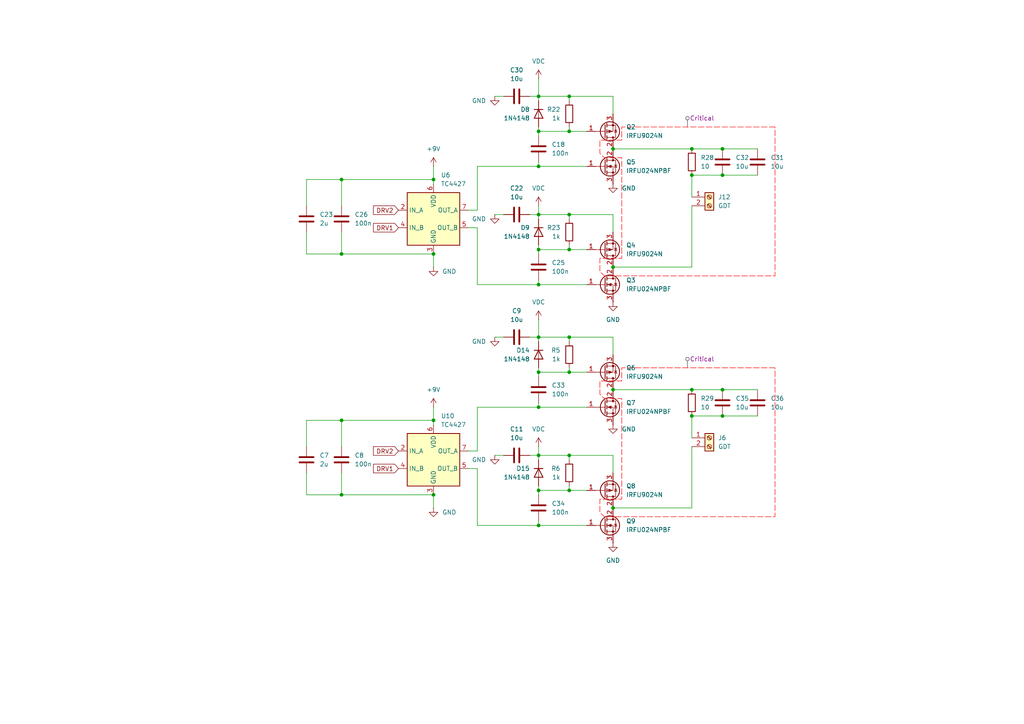
<source format=kicad_sch>
(kicad_sch (version 20250114) (generator "eeschema") (generator_version "9.0")
  (paper "A4")
  (lib_symbols
    (symbol "Connector:Screw_Terminal_01x02" (pin_names (offset 1.016) (hide yes))
      (property "Reference" "J" (at 0 2.54 0))
      (property "Value" "Screw_Terminal_01x02" (at 0 -5.08 0))
      (symbol "Screw_Terminal_01x02_1_1"
        (rectangle (start -1.27 1.27) (end 1.27 -3.81) (stroke (width 0.254)) (fill (type background)))
        (polyline (pts (xy -0.5334 0.3302) (xy 0.3302 -0.508)) (stroke (width 0.1524)))
        (polyline (pts (xy -0.5334 -2.2098) (xy 0.3302 -3.048)) (stroke (width 0.1524)))
        (polyline (pts (xy -0.3556 0.508) (xy 0.508 -0.3302)) (stroke (width 0.1524)))
        (polyline (pts (xy -0.3556 -2.032) (xy 0.508 -2.8702)) (stroke (width 0.1524)))
        (circle (center 0 0) (radius 0.635) (stroke (width 0.1524)))
        (circle (center 0 -2.54) (radius 0.635) (stroke (width 0.1524)))
        (pin passive line (at -5.08 0 0) (length 3.81) (name "Pin_1") (number "1"))
        (pin passive line (at -5.08 -2.54 0) (length 3.81) (name "Pin_2") (number "2"))
      )
    )
    (symbol "Device:C" (pin_numbers (hide yes)) (pin_names (offset 0.254))
      (property "Reference" "C" (at 0.635 2.54 0))
      (property "Value" "C" (at 0.635 -2.54 0))
      (symbol "C_0_1"
        (polyline (pts (xy -2.032 0.762) (xy 2.032 0.762)) (stroke (width 0.508)))
        (polyline (pts (xy -2.032 -0.762) (xy 2.032 -0.762)) (stroke (width 0.508)))
      )
      (symbol "C_1_1"
        (pin passive line (at 0 3.81 270) (length 2.794) (name "~") (number "1"))
        (pin passive line (at 0 -3.81 90) (length 2.794) (name "~") (number "2"))
      )
    )
    (symbol "Device:R" (pin_numbers (hide yes)) (pin_names (offset 0))
      (property "Reference" "R" (at 2.032 0 90))
      (property "Value" "R" (at 0 0 90))
      (symbol "R_0_1"
        (rectangle (start -1.016 -2.54) (end 1.016 2.54) (stroke (width 0.254)))
      )
      (symbol "R_1_1"
        (pin passive line (at 0 3.81 270) (length 1.27) (name "~") (number "1"))
        (pin passive line (at 0 -3.81 90) (length 1.27) (name "~") (number "2"))
      )
    )
    (symbol "Diode:1N4148" (pin_numbers (hide yes)) (pin_names (hide yes))
      (property "Reference" "D" (at 0 2.54 0))
      (property "Value" "1N4148" (at 0 -2.54 0))
      (symbol "1N4148_0_1"
        (polyline (pts (xy -1.27 1.27) (xy -1.27 -1.27)) (stroke (width 0.254)))
        (polyline (pts (xy 1.27 1.27) (xy 1.27 -1.27) (xy -1.27 0) (xy 1.27 1.27)) (stroke (width 0.254)))
        (polyline (pts (xy 1.27 0) (xy -1.27 0)))
      )
      (symbol "1N4148_1_1"
        (pin passive line (at -3.81 0 0) (length 2.54) (name "K") (number "1"))
        (pin passive line (at 3.81 0 180) (length 2.54) (name "A") (number "2"))
      )
    )
    (symbol "Driver_FET:TC4427xOA"
      (property "Reference" "U" (at -7.62 8.89 0))
      (property "Value" "TC4427xOA" (at 1.27 8.89 0))
      (symbol "TC4427xOA_0_1"
        (rectangle (start -7.62 -7.62) (end 7.62 7.62) (stroke (width 0.254)) (fill (type background)))
      )
      (symbol "TC4427xOA_1_1"
        (pin input line (at -10.16 2.54 0) (length 2.54) (name "IN_A") (number "2"))
        (pin input line (at -10.16 -2.54 0) (length 2.54) (name "IN_B") (number "4"))
        (pin no_connect line (at -7.62 0 0) (length 2.54) (hide yes) (name "NC") (number "1"))
        (pin power_in line (at 0 10.16 270) (length 2.54) (name "VDD") (number "6"))
        (pin power_in line (at 0 -10.16 90) (length 2.54) (name "GND") (number "3"))
        (pin no_connect line (at 7.62 0 180) (length 2.54) (hide yes) (name "NC") (number "8"))
        (pin output line (at 10.16 2.54 180) (length 2.54) (name "OUT_A") (number "7"))
        (pin output line (at 10.16 -2.54 180) (length 2.54) (name "OUT_B") (number "5"))
      )
    )
    (symbol "Transistor_FET:Q_NMOS_GDS" (pin_names (offset 0) (hide yes))
      (property "Reference" "Q" (at 5.08 1.905 0))
      (property "Value" "Q_NMOS_GDS" (at 5.08 0 0))
      (symbol "Q_NMOS_GDS_0_1"
        (polyline (pts (xy 0.254 1.905) (xy 0.254 -1.905)) (stroke (width 0.254)))
        (polyline (pts (xy 0.254 0) (xy -2.54 0)))
        (polyline (pts (xy 0.762 2.286) (xy 0.762 1.27)) (stroke (width 0.254)))
        (polyline (pts (xy 0.762 0.508) (xy 0.762 -0.508)) (stroke (width 0.254)))
        (polyline (pts (xy 0.762 -1.27) (xy 0.762 -2.286)) (stroke (width 0.254)))
        (polyline (pts (xy 0.762 -1.778) (xy 3.302 -1.778) (xy 3.302 1.778) (xy 0.762 1.778)))
        (polyline (pts (xy 1.016 0) (xy 2.032 0.381) (xy 2.032 -0.381) (xy 1.016 0)) (fill (type outline)))
        (circle (center 1.651 0) (radius 2.794) (stroke (width 0.254)))
        (polyline (pts (xy 2.54 2.54) (xy 2.54 1.778)))
        (circle (center 2.54 1.778) (radius 0.254) (fill (type outline)))
        (circle (center 2.54 -1.778) (radius 0.254) (fill (type outline)))
        (polyline (pts (xy 2.54 -2.54) (xy 2.54 0) (xy 0.762 0)))
        (polyline (pts (xy 2.921 0.381) (xy 3.683 0.381)))
        (polyline (pts (xy 3.302 0.381) (xy 2.921 -0.254) (xy 3.683 -0.254) (xy 3.302 0.381)))
      )
      (symbol "Q_NMOS_GDS_1_1"
        (pin input line (at -5.08 0 0) (length 2.54) (name "G") (number "1"))
        (pin passive line (at 2.54 5.08 270) (length 2.54) (name "D") (number "2"))
        (pin passive line (at 2.54 -5.08 90) (length 2.54) (name "S") (number "3"))
      )
    )
    (symbol "Transistor_FET:Q_PMOS_GDS" (pin_names (offset 0) (hide yes))
      (property "Reference" "Q" (at 5.08 1.905 0))
      (property "Value" "Q_PMOS_GDS" (at 5.08 0 0))
      (symbol "Q_PMOS_GDS_0_1"
        (polyline (pts (xy 0.254 1.905) (xy 0.254 -1.905)) (stroke (width 0.254)))
        (polyline (pts (xy 0.254 0) (xy -2.54 0)))
        (polyline (pts (xy 0.762 2.286) (xy 0.762 1.27)) (stroke (width 0.254)))
        (polyline (pts (xy 0.762 1.778) (xy 3.302 1.778) (xy 3.302 -1.778) (xy 0.762 -1.778)))
        (polyline (pts (xy 0.762 0.508) (xy 0.762 -0.508)) (stroke (width 0.254)))
        (polyline (pts (xy 0.762 -1.27) (xy 0.762 -2.286)) (stroke (width 0.254)))
        (circle (center 1.651 0) (radius 2.794) (stroke (width 0.254)))
        (polyline (pts (xy 2.286 0) (xy 1.27 0.381) (xy 1.27 -0.381) (xy 2.286 0)) (fill (type outline)))
        (polyline (pts (xy 2.54 2.54) (xy 2.54 1.778)))
        (circle (center 2.54 1.778) (radius 0.254) (fill (type outline)))
        (circle (center 2.54 -1.778) (radius 0.254) (fill (type outline)))
        (polyline (pts (xy 2.54 -2.54) (xy 2.54 0) (xy 0.762 0)))
        (polyline (pts (xy 2.921 -0.381) (xy 3.683 -0.381)))
        (polyline (pts (xy 3.302 -0.381) (xy 2.921 0.254) (xy 3.683 0.254) (xy 3.302 -0.381)))
      )
      (symbol "Q_PMOS_GDS_1_1"
        (pin input line (at -5.08 0 0) (length 2.54) (name "G") (number "1"))
        (pin passive line (at 2.54 5.08 270) (length 2.54) (name "D") (number "2"))
        (pin passive line (at 2.54 -5.08 90) (length 2.54) (name "S") (number "3"))
      )
    )
    (symbol "power:+9V" (power) (pin_numbers (hide yes)) (pin_names (offset 0) (hide yes))
      (property "Value" "+9V" (at 0 3.556 0))
      (symbol "+9V_0_1"
        (polyline (pts (xy -0.762 1.27) (xy 0 2.54)))
        (polyline (pts (xy 0 2.54) (xy 0.762 1.27)))
        (polyline (pts (xy 0 0) (xy 0 2.54)))
      )
      (symbol "+9V_1_1"
        (pin power_in line (at 0 0 90) (length 0) (name "~") (number "1"))
      )
    )
    (symbol "power:GND" (power) (pin_numbers (hide yes)) (pin_names (offset 0) (hide yes))
      (property "Value" "GND" (at 0 -3.81 0))
      (symbol "GND_0_1"
        (polyline (pts (xy 0 0) (xy 0 -1.27) (xy 1.27 -1.27) (xy 0 -2.54) (xy -1.27 -1.27) (xy 0 -1.27)))
      )
      (symbol "GND_1_1"
        (pin power_in line (at 0 0 270) (length 0) (name "~") (number "1"))
      )
    )
    (symbol "power:VDC" (power) (pin_numbers (hide yes)) (pin_names (offset 0) (hide yes))
      (property "Value" "VDC" (at 0 3.556 0))
      (symbol "VDC_0_1"
        (polyline (pts (xy -0.762 1.27) (xy 0 2.54)))
        (polyline (pts (xy 0 2.54) (xy 0.762 1.27)))
        (polyline (pts (xy 0 0) (xy 0 2.54)))
      )
      (symbol "VDC_1_1"
        (pin power_in line (at 0 0 90) (length 0) (name "~") (number "1"))
      )
    )
  )
  (junction (at 177.8 43.18))
  (junction (at 165.1 132.08))
  (junction (at 99.06 121.92))
  (junction (at 99.06 143.51))
  (junction (at 165.1 38.1))
  (junction (at 125.73 52.07))
  (junction (at 200.66 50.8))
  (junction (at 125.73 143.51))
  (junction (at 99.06 73.66))
  (junction (at 165.1 72.39))
  (junction (at 165.1 62.23))
  (junction (at 209.55 43.18))
  (junction (at 165.1 27.94))
  (junction (at 200.66 43.18))
  (junction (at 156.21 118.11))
  (junction (at 125.73 73.66))
  (junction (at 209.55 113.03))
  (junction (at 209.55 50.8))
  (junction (at 165.1 142.24))
  (junction (at 209.55 120.65))
  (junction (at 99.06 52.07))
  (junction (at 156.21 107.95))
  (junction (at 200.66 113.03))
  (junction (at 156.21 142.24))
  (junction (at 156.21 97.79))
  (junction (at 125.73 121.92))
  (junction (at 165.1 97.79))
  (junction (at 177.8 77.47))
  (junction (at 177.8 147.32))
  (junction (at 156.21 38.1))
  (junction (at 165.1 107.95))
  (junction (at 156.21 152.4))
  (junction (at 200.66 120.65))
  (junction (at 156.21 62.23))
  (junction (at 156.21 27.94))
  (junction (at 156.21 72.39))
  (junction (at 156.21 48.26))
  (junction (at 177.8 113.03))
  (junction (at 156.21 132.08))
  (junction (at 156.21 82.55))
  (wire (pts (xy 125.73 118.11) (xy 125.73 121.92)))
  (wire (pts (xy 177.8 97.79) (xy 165.1 97.79)))
  (wire (pts (xy 165.1 27.94) (xy 165.1 29.21)))
  (wire (pts (xy 200.66 50.8) (xy 209.55 50.8)))
  (wire (pts (xy 200.66 120.65) (xy 200.66 127)))
  (wire (pts (xy 209.55 50.8) (xy 219.71 50.8)))
  (wire (pts (xy 165.1 106.68) (xy 165.1 107.95)))
  (wire (pts (xy 156.21 82.55) (xy 170.18 82.55)))
  (wire (pts (xy 177.8 137.16) (xy 177.8 132.08)))
  (wire (pts (xy 165.1 62.23) (xy 165.1 63.5)))
  (wire (pts (xy 156.21 27.94) (xy 165.1 27.94)))
  (wire (pts (xy 177.8 33.02) (xy 177.8 27.94)))
  (wire (pts (xy 156.21 62.23) (xy 156.21 63.5)))
  (wire (pts (xy 138.43 48.26) (xy 156.21 48.26)))
  (wire (pts (xy 156.21 38.1) (xy 165.1 38.1)))
  (wire (pts (xy 165.1 97.79) (xy 165.1 99.06)))
  (wire (pts (xy 156.21 118.11) (xy 170.18 118.11)))
  (wire (pts (xy 177.8 77.47) (xy 200.66 77.47)))
  (wire (pts (xy 88.9 129.54) (xy 88.9 121.92)))
  (wire (pts (xy 165.1 140.97) (xy 165.1 142.24)))
  (wire (pts (xy 135.89 66.04) (xy 138.43 66.04)))
  (wire (pts (xy 138.43 135.89) (xy 138.43 152.4)))
  (wire (pts (xy 156.21 48.26) (xy 170.18 48.26)))
  (wire (pts (xy 209.55 43.18) (xy 219.71 43.18)))
  (wire (pts (xy 165.1 142.24) (xy 170.18 142.24)))
  (wire (pts (xy 156.21 142.24) (xy 165.1 142.24)))
  (wire (pts (xy 156.21 116.84) (xy 156.21 118.11)))
  (wire (pts (xy 156.21 97.79) (xy 156.21 99.06)))
  (wire (pts (xy 156.21 73.66) (xy 156.21 72.39)))
  (wire (pts (xy 200.66 43.18) (xy 209.55 43.18)))
  (wire (pts (xy 135.89 60.96) (xy 138.43 60.96)))
  (wire (pts (xy 125.73 52.07) (xy 125.73 53.34)))
  (wire (pts (xy 135.89 135.89) (xy 138.43 135.89)))
  (wire (pts (xy 156.21 151.13) (xy 156.21 152.4)))
  (wire (pts (xy 165.1 107.95) (xy 170.18 107.95)))
  (wire (pts (xy 156.21 132.08) (xy 165.1 132.08)))
  (wire (pts (xy 99.06 137.16) (xy 99.06 143.51)))
  (wire (pts (xy 138.43 60.96) (xy 138.43 48.26)))
  (wire (pts (xy 200.66 59.69) (xy 200.66 77.47)))
  (wire (pts (xy 146.05 62.23) (xy 143.51 62.23)))
  (wire (pts (xy 200.66 120.65) (xy 209.55 120.65)))
  (wire (pts (xy 99.06 73.66) (xy 125.73 73.66)))
  (wire (pts (xy 88.9 67.31) (xy 88.9 73.66)))
  (wire (pts (xy 156.21 92.71) (xy 156.21 97.79)))
  (wire (pts (xy 125.73 48.26) (xy 125.73 52.07)))
  (wire (pts (xy 156.21 152.4) (xy 170.18 152.4)))
  (wire (pts (xy 138.43 66.04) (xy 138.43 82.55)))
  (wire (pts (xy 88.9 59.69) (xy 88.9 52.07)))
  (wire (pts (xy 99.06 121.92) (xy 99.06 129.54)))
  (wire (pts (xy 156.21 97.79) (xy 165.1 97.79)))
  (wire (pts (xy 125.73 147.32) (xy 125.73 143.51)))
  (wire (pts (xy 138.43 152.4) (xy 156.21 152.4)))
  (wire (pts (xy 156.21 39.37) (xy 156.21 38.1)))
  (wire (pts (xy 200.66 129.54) (xy 200.66 147.32)))
  (wire (pts (xy 138.43 82.55) (xy 156.21 82.55)))
  (wire (pts (xy 156.21 106.68) (xy 156.21 107.95)))
  (wire (pts (xy 156.21 36.83) (xy 156.21 38.1)))
  (wire (pts (xy 177.8 102.87) (xy 177.8 97.79)))
  (wire (pts (xy 156.21 143.51) (xy 156.21 142.24)))
  (wire (pts (xy 177.8 113.03) (xy 200.66 113.03)))
  (wire (pts (xy 177.8 27.94) (xy 165.1 27.94)))
  (wire (pts (xy 156.21 62.23) (xy 165.1 62.23)))
  (wire (pts (xy 177.8 67.31) (xy 177.8 62.23)))
  (wire (pts (xy 200.66 50.8) (xy 200.66 57.15)))
  (wire (pts (xy 177.8 43.18) (xy 200.66 43.18)))
  (wire (pts (xy 146.05 97.79) (xy 143.51 97.79)))
  (wire (pts (xy 99.06 143.51) (xy 125.73 143.51)))
  (wire (pts (xy 165.1 38.1) (xy 170.18 38.1)))
  (wire (pts (xy 99.06 52.07) (xy 99.06 59.69)))
  (wire (pts (xy 156.21 81.28) (xy 156.21 82.55)))
  (wire (pts (xy 88.9 121.92) (xy 99.06 121.92)))
  (wire (pts (xy 177.8 147.32) (xy 200.66 147.32)))
  (wire (pts (xy 99.06 121.92) (xy 125.73 121.92)))
  (wire (pts (xy 156.21 59.69) (xy 156.21 62.23)))
  (wire (pts (xy 156.21 109.22) (xy 156.21 107.95)))
  (wire (pts (xy 177.8 132.08) (xy 165.1 132.08)))
  (wire (pts (xy 156.21 71.12) (xy 156.21 72.39)))
  (wire (pts (xy 177.8 62.23) (xy 165.1 62.23)))
  (wire (pts (xy 88.9 137.16) (xy 88.9 143.51)))
  (wire (pts (xy 146.05 27.94) (xy 143.51 27.94)))
  (wire (pts (xy 99.06 52.07) (xy 125.73 52.07)))
  (wire (pts (xy 156.21 140.97) (xy 156.21 142.24)))
  (wire (pts (xy 156.21 46.99) (xy 156.21 48.26)))
  (wire (pts (xy 88.9 52.07) (xy 99.06 52.07)))
  (wire (pts (xy 146.05 132.08) (xy 143.51 132.08)))
  (wire (pts (xy 156.21 132.08) (xy 156.21 133.35)))
  (wire (pts (xy 153.67 97.79) (xy 156.21 97.79)))
  (wire (pts (xy 200.66 113.03) (xy 209.55 113.03)))
  (wire (pts (xy 165.1 71.12) (xy 165.1 72.39)))
  (wire (pts (xy 165.1 36.83) (xy 165.1 38.1)))
  (wire (pts (xy 156.21 27.94) (xy 156.21 29.21)))
  (wire (pts (xy 99.06 67.31) (xy 99.06 73.66)))
  (wire (pts (xy 209.55 113.03) (xy 219.71 113.03)))
  (wire (pts (xy 153.67 62.23) (xy 156.21 62.23)))
  (wire (pts (xy 153.67 132.08) (xy 156.21 132.08)))
  (wire (pts (xy 135.89 130.81) (xy 138.43 130.81)))
  (wire (pts (xy 209.55 120.65) (xy 219.71 120.65)))
  (wire (pts (xy 165.1 72.39) (xy 170.18 72.39)))
  (wire (pts (xy 153.67 27.94) (xy 156.21 27.94)))
  (wire (pts (xy 125.73 121.92) (xy 125.73 123.19)))
  (wire (pts (xy 125.73 77.47) (xy 125.73 73.66)))
  (wire (pts (xy 165.1 132.08) (xy 165.1 133.35)))
  (wire (pts (xy 156.21 22.86) (xy 156.21 27.94)))
  (wire (pts (xy 156.21 129.54) (xy 156.21 132.08)))
  (wire (pts (xy 88.9 73.66) (xy 99.06 73.66)))
  (wire (pts (xy 138.43 118.11) (xy 156.21 118.11)))
  (wire (pts (xy 156.21 72.39) (xy 165.1 72.39)))
  (wire (pts (xy 88.9 143.51) (xy 99.06 143.51)))
  (wire (pts (xy 156.21 107.95) (xy 165.1 107.95)))
  (wire (pts (xy 138.43 130.81) (xy 138.43 118.11)))
  (global_label "DRV1" (shape input) (at 115.57 66.04 180) (property "Intersheetrefs" "${INTERSHEET_REFS}" (effects (hide yes))))
  (global_label "DRV1" (shape input) (at 115.57 135.89 180) (property "Intersheetrefs" "${INTERSHEET_REFS}" (effects (hide yes))))
  (global_label "DRV2" (shape input) (at 115.57 130.81 180) (property "Intersheetrefs" "${INTERSHEET_REFS}" (effects (hide yes))))
  (global_label "DRV2" (shape input) (at 115.57 60.96 180) (property "Intersheetrefs" "${INTERSHEET_REFS}" (effects (hide yes))))
  (rule_area (polyline (pts (xy 224.79 106.68) (xy 180.34 106.68) (xy 180.34 110.49) (xy 173.99 110.49) (xy 173.99 114.3) (xy 175.26 115.57) (xy 180.34 115.57) (xy 180.34 144.78) (xy 173.99 144.78) (xy 173.99 148.59) (xy 175.26 149.86) (xy 224.79 149.86)) (stroke (width 0) (type dash))))
  (rule_area (polyline (pts (xy 224.79 36.83) (xy 180.34 36.83) (xy 180.34 40.64) (xy 173.99 40.64) (xy 173.99 44.45) (xy 175.26 45.72) (xy 180.34 45.72) (xy 180.34 74.93) (xy 173.99 74.93) (xy 173.99 78.74) (xy 175.26 80.01) (xy 224.79 80.01)) (stroke (width 0) (type dash))))
  (netclass_flag "" (length 2.54) (shape round) (at 199.39 36.83 0) (property "Netclass" "Critical" (at 200.0885 34.29 0) (effects (justify left))))
  (netclass_flag "" (length 2.54) (shape round) (at 199.39 106.68 0) (property "Netclass" "Critical" (at 200.0885 104.14 0) (effects (justify left))))
  (symbol (lib_id "Device:R") (at 165.1 33.02 0) (unit 1)
    (property "Reference" "R22" (at 162.56 31.7499 0) (effects (justify right)))
    (property "Value" "1k" (at 162.56 34.2899 0) (effects (justify right)))
    (property "Footprint" "Resistor_THT:R_Axial_DIN0207_L6.3mm_D2.5mm_P2.54mm_Vertical" (effects (hide yes)))
    (property "Description" "Resistor" (effects (hide yes)))
  )
  (symbol (lib_id "power:GND") (at 125.73 77.47 0) (unit 1)
    (property "Reference" "#PWR040" (effects (hide yes)))
    (property "Value" "GND" (at 128.27 78.7399 0) (effects (justify left)))
    (property "Description" "Power symbol creates a global label with name \"GND\" , ground" (effects (hide yes)))
  )
  (symbol (lib_id "Device:C") (at 99.06 63.5 180) (unit 1)
    (property "Reference" "C26" (at 102.87 62.2299 0) (effects (justify right)))
    (property "Value" "100n" (at 102.87 64.7699 0) (effects (justify right)))
    (property "Footprint" "Capacitor_THT:C_Disc_D4.7mm_W2.5mm_P5.00mm" (effects (hide yes)))
    (property "Description" "Unpolarized capacitor" (effects (hide yes)))
  )
  (symbol (lib_id "Transistor_FET:Q_NMOS_GDS") (at 175.26 152.4 0) (unit 1)
    (property "Reference" "Q9" (at 181.61 151.1299 0) (effects (justify left)))
    (property "Value" "IRFU024NPBF" (at 181.61 153.6699 0) (effects (justify left)))
    (property "Footprint" "Library:TO-251-3-1EP_Horizontal_TabDown" (effects (hide yes)))
    (property "Datasheet" "https://www.infineon.com/dgdl/irfr024npbf.pdf?fileId=5546d462533600a40153562cf721203c" (effects (hide yes)))
  )
  (symbol (lib_id "Device:C") (at 219.71 116.84 0) (unit 1)
    (property "Reference" "C36" (at 223.52 115.5699 0) (effects (justify left)))
    (property "Value" "10u" (at 223.52 118.1099 0) (effects (justify left)))
    (property "Footprint" "Capacitor_THT:C_Disc_D4.7mm_W2.5mm_P5.00mm" (effects (hide yes)))
    (property "Description" "Unpolarized capacitor" (effects (hide yes)))
  )
  (symbol (lib_id "Diode:1N4148") (at 156.21 67.31 270) (unit 1)
    (property "Reference" "D9" (at 153.67 66.0399 90) (effects (justify right)))
    (property "Value" "1N4148" (at 153.67 68.5799 90) (effects (justify right)))
    (property "Footprint" "Diode_THT:D_DO-35_SOD27_P2.54mm_Vertical_KathodeUp" (effects (hide yes)))
    (property "Datasheet" "https://assets.nexperia.com/documents/data-sheet/1N4148_1N4448.pdf" (effects (hide yes)))
    (property "Description" "100V 0.15A standard switching diode, DO-35" (effects (hide yes)))
    (property "Sim.Device" "D" (effects (hide yes)))
    (property "Sim.Pins" "1=K 2=A" (effects (hide yes)))
  )
  (symbol (lib_id "Device:C") (at 149.86 97.79 270) (unit 1)
    (property "Reference" "C9" (at 149.86 90.17 90))
    (property "Value" "10u" (at 149.86 92.71 90))
    (property "Footprint" "Capacitor_THT:C_Disc_D4.7mm_W2.5mm_P5.00mm" (effects (hide yes)))
    (property "Description" "Unpolarized capacitor" (effects (hide yes)))
  )
  (symbol (lib_id "Device:C") (at 149.86 132.08 270) (unit 1)
    (property "Reference" "C11" (at 149.86 124.46 90))
    (property "Value" "10u" (at 149.86 127 90))
    (property "Footprint" "Capacitor_THT:C_Disc_D4.7mm_W2.5mm_P5.00mm" (effects (hide yes)))
    (property "Description" "Unpolarized capacitor" (effects (hide yes)))
  )
  (symbol (lib_id "Driver_FET:TC4427xOA") (at 125.73 133.35 0) (unit 1)
    (property "Reference" "U10" (at 127.8733 120.65 0) (effects (justify left)))
    (property "Value" "TC4427" (at 127.8733 123.19 0) (effects (justify left)))
    (property "Footprint" "Package_DIP:DIP-8_W7.62mm" (effects (hide yes)))
    (property "Datasheet" "https://ww1.microchip.com/downloads/en/DeviceDoc/20001422G.pdf" (effects (hide yes)))
    (property "Description" "1.5A Dual High-Speed Power MOSFET Drivers, 4.5...18V supply, TTL/CMOS compatible inputs, non-inverting drivers, SOIC-8" (effects (hide yes)))
  )
  (symbol (lib_id "Device:C") (at 156.21 113.03 0) (unit 1)
    (property "Reference" "C33" (at 160.02 111.7599 0) (effects (justify left)))
    (property "Value" "100n" (at 160.02 114.2999 0) (effects (justify left)))
    (property "Footprint" "Capacitor_THT:C_Disc_D4.7mm_W2.5mm_P5.00mm" (effects (hide yes)))
    (property "Description" "Unpolarized capacitor" (effects (hide yes)))
  )
  (symbol (lib_id "Device:R") (at 200.66 46.99 0) (unit 1)
    (property "Reference" "R28" (at 203.2 45.7199 0) (effects (justify left)))
    (property "Value" "10" (at 203.2 48.2599 0) (effects (justify left)))
    (property "Footprint" "Resistor_THT:R_Axial_DIN0309_L9.0mm_D3.2mm_P2.54mm_Vertical" (effects (hide yes)))
    (property "Description" "Resistor" (effects (hide yes)))
  )
  (symbol (lib_id "Device:C") (at 209.55 46.99 0) (unit 1)
    (property "Reference" "C32" (at 213.36 45.7199 0) (effects (justify left)))
    (property "Value" "10u" (at 213.36 48.2599 0) (effects (justify left)))
    (property "Footprint" "Capacitor_THT:C_Disc_D4.7mm_W2.5mm_P5.00mm" (effects (hide yes)))
    (property "Description" "Unpolarized capacitor" (effects (hide yes)))
  )
  (symbol (lib_id "power:GND") (at 125.73 147.32 0) (unit 1)
    (property "Reference" "#PWR044" (effects (hide yes)))
    (property "Value" "GND" (at 128.27 148.5899 0) (effects (justify left)))
    (property "Description" "Power symbol creates a global label with name \"GND\" , ground" (effects (hide yes)))
  )
  (symbol (lib_id "Connector:Screw_Terminal_01x02") (at 205.74 57.15 0) (unit 1)
    (property "Reference" "J12" (at 208.28 57.1499 0) (effects (justify left)))
    (property "Value" "GDT" (at 208.28 59.6899 0) (effects (justify left)))
    (property "Footprint" "Connector_JST:JST_XH_B2B-XH-A_1x02_P2.50mm_Vertical" (effects (hide yes)))
    (property "Description" "Generic screw terminal, single row, 01x02, script generated (kicad-library-utils/schlib/autogen/connector/)" (effects (hide yes)))
  )
  (symbol (lib_id "power:GND") (at 177.8 123.19 0) (unit 1)
    (property "Reference" "#PWR064" (effects (hide yes)))
    (property "Value" "GND" (at 180.34 124.4599 0) (effects (justify left)))
    (property "Description" "Power symbol creates a global label with name \"GND\" , ground" (effects (hide yes)))
  )
  (symbol (lib_id "Transistor_FET:Q_PMOS_GDS") (at 175.26 107.95 0) (mirror x) (unit 1)
    (property "Reference" "Q6" (at 181.61 106.6799 0) (effects (justify left)))
    (property "Value" "IRFU9024N" (at 181.61 109.2199 0) (effects (justify left)))
    (property "Footprint" "Library:TO-251-3-1EP_Horizontal_TabDown" (effects (hide yes)))
    (property "Datasheet" "https://www.infineon.com/dgdl/Infineon-IRFR9024N-DataSheet-v01_01-EN.pdf?fileId=5546d462533600a401535635f91d2132" (effects (hide yes)))
  )
  (symbol (lib_id "Connector:Screw_Terminal_01x02") (at 205.74 127 0) (unit 1)
    (property "Reference" "J6" (at 208.28 126.9999 0) (effects (justify left)))
    (property "Value" "GDT" (at 208.28 129.5399 0) (effects (justify left)))
    (property "Footprint" "Connector_JST:JST_XH_B2B-XH-A_1x02_P2.50mm_Vertical" (effects (hide yes)))
    (property "Description" "Generic screw terminal, single row, 01x02, script generated (kicad-library-utils/schlib/autogen/connector/)" (effects (hide yes)))
  )
  (symbol (lib_id "Device:C") (at 156.21 43.18 0) (unit 1)
    (property "Reference" "C18" (at 160.02 41.9099 0) (effects (justify left)))
    (property "Value" "100n" (at 160.02 44.4499 0) (effects (justify left)))
    (property "Footprint" "Capacitor_THT:C_Disc_D4.7mm_W2.5mm_P5.00mm" (effects (hide yes)))
    (property "Description" "Unpolarized capacitor" (effects (hide yes)))
  )
  (symbol (lib_id "Device:C") (at 209.55 116.84 0) (unit 1)
    (property "Reference" "C35" (at 213.36 115.5699 0) (effects (justify left)))
    (property "Value" "10u" (at 213.36 118.1099 0) (effects (justify left)))
    (property "Footprint" "Capacitor_THT:C_Disc_D4.7mm_W2.5mm_P5.00mm" (effects (hide yes)))
    (property "Description" "Unpolarized capacitor" (effects (hide yes)))
  )
  (symbol (lib_id "Device:C") (at 219.71 46.99 0) (unit 1)
    (property "Reference" "C31" (at 223.52 45.7199 0) (effects (justify left)))
    (property "Value" "10u" (at 223.52 48.2599 0) (effects (justify left)))
    (property "Footprint" "Capacitor_THT:C_Disc_D4.7mm_W2.5mm_P5.00mm" (effects (hide yes)))
    (property "Description" "Unpolarized capacitor" (effects (hide yes)))
  )
  (symbol (lib_id "Transistor_FET:Q_NMOS_GDS") (at 175.26 82.55 0) (unit 1)
    (property "Reference" "Q3" (at 181.61 81.2799 0) (effects (justify left)))
    (property "Value" "IRFU024NPBF" (at 181.61 83.8199 0) (effects (justify left)))
    (property "Footprint" "Library:TO-251-3-1EP_Horizontal_TabDown" (effects (hide yes)))
    (property "Datasheet" "https://www.infineon.com/dgdl/irfr024npbf.pdf?fileId=5546d462533600a40153562cf721203c" (effects (hide yes)))
  )
  (symbol (lib_id "power:GND") (at 177.8 53.34 0) (unit 1)
    (property "Reference" "#PWR028" (effects (hide yes)))
    (property "Value" "GND" (at 180.34 54.6099 0) (effects (justify left)))
    (property "Description" "Power symbol creates a global label with name \"GND\" , ground" (effects (hide yes)))
  )
  (symbol (lib_id "Transistor_FET:Q_NMOS_GDS") (at 175.26 48.26 0) (unit 1)
    (property "Reference" "Q5" (at 181.61 46.9899 0) (effects (justify left)))
    (property "Value" "IRFU024NPBF" (at 181.61 49.5299 0) (effects (justify left)))
    (property "Footprint" "Library:TO-251-3-1EP_Horizontal_TabDown" (effects (hide yes)))
    (property "Datasheet" "https://www.infineon.com/dgdl/irfr024npbf.pdf?fileId=5546d462533600a40153562cf721203c" (effects (hide yes)))
  )
  (symbol (lib_id "Diode:1N4148") (at 156.21 33.02 270) (unit 1)
    (property "Reference" "D8" (at 153.67 31.7499 90) (effects (justify right)))
    (property "Value" "1N4148" (at 153.67 34.2899 90) (effects (justify right)))
    (property "Footprint" "Diode_THT:D_DO-35_SOD27_P2.54mm_Vertical_KathodeUp" (effects (hide yes)))
    (property "Datasheet" "https://assets.nexperia.com/documents/data-sheet/1N4148_1N4448.pdf" (effects (hide yes)))
    (property "Description" "100V 0.15A standard switching diode, DO-35" (effects (hide yes)))
    (property "Sim.Device" "D" (effects (hide yes)))
    (property "Sim.Pins" "1=K 2=A" (effects (hide yes)))
  )
  (symbol (lib_id "Device:C") (at 156.21 77.47 0) (unit 1)
    (property "Reference" "C25" (at 160.02 76.1999 0) (effects (justify left)))
    (property "Value" "100n" (at 160.02 78.7399 0) (effects (justify left)))
    (property "Footprint" "Capacitor_THT:C_Disc_D4.7mm_W2.5mm_P5.00mm" (effects (hide yes)))
    (property "Description" "Unpolarized capacitor" (effects (hide yes)))
  )
  (symbol (lib_id "Device:R") (at 200.66 116.84 0) (unit 1)
    (property "Reference" "R29" (at 203.2 115.5699 0) (effects (justify left)))
    (property "Value" "10" (at 203.2 118.1099 0) (effects (justify left)))
    (property "Footprint" "Resistor_THT:R_Axial_DIN0309_L9.0mm_D3.2mm_P2.54mm_Vertical" (effects (hide yes)))
    (property "Description" "Resistor" (effects (hide yes)))
  )
  (symbol (lib_id "power:+9V") (at 125.73 118.11 0) (unit 1)
    (property "Reference" "#PWR043" (effects (hide yes)))
    (property "Value" "+9V" (at 125.73 113.03 0))
    (property "Description" "Power symbol creates a global label with name \"+9V\"" (effects (hide yes)))
  )
  (symbol (lib_id "Device:C") (at 88.9 133.35 180) (unit 1)
    (property "Reference" "C7" (at 92.71 132.0799 0) (effects (justify right)))
    (property "Value" "2u" (at 92.71 134.6199 0) (effects (justify right)))
    (property "Footprint" "Capacitor_THT:C_Rect_L7.2mm_W7.2mm_P5.00mm_FKS2_FKP2_MKS2_MKP2" (effects (hide yes)))
    (property "Description" "Unpolarized capacitor" (effects (hide yes)))
  )
  (symbol (lib_id "power:GND") (at 177.8 87.63 0) (unit 1)
    (property "Reference" "#PWR029" (effects (hide yes)))
    (property "Value" "GND" (at 177.8 92.71 0))
    (property "Description" "Power symbol creates a global label with name \"GND\" , ground" (effects (hide yes)))
  )
  (symbol (lib_id "power:GND") (at 143.51 27.94 0) (unit 1)
    (property "Reference" "#PWR021" (effects (hide yes)))
    (property "Value" "GND" (at 140.97 29.2099 0) (effects (justify right)))
    (property "Description" "Power symbol creates a global label with name \"GND\" , ground" (effects (hide yes)))
  )
  (symbol (lib_id "power:VDC") (at 156.21 129.54 0) (unit 1)
    (property "Reference" "#PWR063" (effects (hide yes)))
    (property "Value" "VDC" (at 156.21 124.46 0))
    (property "Description" "Power symbol creates a global label with name \"VDC\"" (effects (hide yes)))
  )
  (symbol (lib_id "Transistor_FET:Q_PMOS_GDS") (at 175.26 72.39 0) (mirror x) (unit 1)
    (property "Reference" "Q4" (at 181.61 71.1199 0) (effects (justify left)))
    (property "Value" "IRFU9024N" (at 181.61 73.6599 0) (effects (justify left)))
    (property "Footprint" "Library:TO-251-3-1EP_Horizontal_TabDown" (effects (hide yes)))
    (property "Datasheet" "https://www.infineon.com/dgdl/Infineon-IRFR9024N-DataSheet-v01_01-EN.pdf?fileId=5546d462533600a401535635f91d2132" (effects (hide yes)))
  )
  (symbol (lib_id "power:GND") (at 143.51 132.08 0) (unit 1)
    (property "Reference" "#PWR061" (effects (hide yes)))
    (property "Value" "GND" (at 140.97 133.3499 0) (effects (justify right)))
    (property "Description" "Power symbol creates a global label with name \"GND\" , ground" (effects (hide yes)))
  )
  (symbol (lib_id "Device:C") (at 149.86 27.94 270) (unit 1)
    (property "Reference" "C30" (at 149.86 20.32 90))
    (property "Value" "10u" (at 149.86 22.86 90))
    (property "Footprint" "Capacitor_THT:C_Disc_D4.7mm_W2.5mm_P5.00mm" (effects (hide yes)))
    (property "Description" "Unpolarized capacitor" (effects (hide yes)))
  )
  (symbol (lib_id "Transistor_FET:Q_PMOS_GDS") (at 175.26 142.24 0) (mirror x) (unit 1)
    (property "Reference" "Q8" (at 181.61 140.9699 0) (effects (justify left)))
    (property "Value" "IRFU9024N" (at 181.61 143.5099 0) (effects (justify left)))
    (property "Footprint" "Library:TO-251-3-1EP_Horizontal_TabDown" (effects (hide yes)))
    (property "Datasheet" "https://www.infineon.com/dgdl/Infineon-IRFR9024N-DataSheet-v01_01-EN.pdf?fileId=5546d462533600a401535635f91d2132" (effects (hide yes)))
  )
  (symbol (lib_id "power:VDC") (at 156.21 92.71 0) (unit 1)
    (property "Reference" "#PWR062" (effects (hide yes)))
    (property "Value" "VDC" (at 156.21 87.63 0))
    (property "Description" "Power symbol creates a global label with name \"VDC\"" (effects (hide yes)))
  )
  (symbol (lib_id "Diode:1N4148") (at 156.21 137.16 270) (unit 1)
    (property "Reference" "D15" (at 153.67 135.8899 90) (effects (justify right)))
    (property "Value" "1N4148" (at 153.67 138.4299 90) (effects (justify right)))
    (property "Footprint" "Diode_THT:D_DO-35_SOD27_P2.54mm_Vertical_KathodeUp" (effects (hide yes)))
    (property "Datasheet" "https://assets.nexperia.com/documents/data-sheet/1N4148_1N4448.pdf" (effects (hide yes)))
    (property "Description" "100V 0.15A standard switching diode, DO-35" (effects (hide yes)))
    (property "Sim.Device" "D" (effects (hide yes)))
    (property "Sim.Pins" "1=K 2=A" (effects (hide yes)))
  )
  (symbol (lib_id "Device:R") (at 165.1 67.31 0) (unit 1)
    (property "Reference" "R23" (at 162.56 66.0399 0) (effects (justify right)))
    (property "Value" "1k" (at 162.56 68.5799 0) (effects (justify right)))
    (property "Footprint" "Resistor_THT:R_Axial_DIN0207_L6.3mm_D2.5mm_P2.54mm_Vertical" (effects (hide yes)))
    (property "Description" "Resistor" (effects (hide yes)))
  )
  (symbol (lib_id "Device:C") (at 88.9 63.5 180) (unit 1)
    (property "Reference" "C23" (at 92.71 62.2299 0) (effects (justify right)))
    (property "Value" "2u" (at 92.71 64.7699 0) (effects (justify right)))
    (property "Footprint" "Capacitor_THT:C_Rect_L7.2mm_W7.2mm_P5.00mm_FKS2_FKP2_MKS2_MKP2" (effects (hide yes)))
    (property "Description" "Unpolarized capacitor" (effects (hide yes)))
  )
  (symbol (lib_id "Device:C") (at 99.06 133.35 180) (unit 1)
    (property "Reference" "C8" (at 102.87 132.0799 0) (effects (justify right)))
    (property "Value" "100n" (at 102.87 134.6199 0) (effects (justify right)))
    (property "Footprint" "Capacitor_THT:C_Disc_D4.7mm_W2.5mm_P5.00mm" (effects (hide yes)))
    (property "Description" "Unpolarized capacitor" (effects (hide yes)))
  )
  (symbol (lib_id "power:+9V") (at 125.73 48.26 0) (unit 1)
    (property "Reference" "#PWR020" (effects (hide yes)))
    (property "Value" "+9V" (at 125.73 43.18 0))
    (property "Description" "Power symbol creates a global label with name \"+9V\"" (effects (hide yes)))
  )
  (symbol (lib_id "Device:C") (at 156.21 147.32 0) (unit 1)
    (property "Reference" "C34" (at 160.02 146.0499 0) (effects (justify left)))
    (property "Value" "100n" (at 160.02 148.5899 0) (effects (justify left)))
    (property "Footprint" "Capacitor_THT:C_Disc_D4.7mm_W2.5mm_P5.00mm" (effects (hide yes)))
    (property "Description" "Unpolarized capacitor" (effects (hide yes)))
  )
  (symbol (lib_id "power:VDC") (at 156.21 59.69 0) (unit 1)
    (property "Reference" "#PWR024" (effects (hide yes)))
    (property "Value" "VDC" (at 156.21 54.61 0))
    (property "Description" "Power symbol creates a global label with name \"VDC\"" (effects (hide yes)))
  )
  (symbol (lib_id "power:GND") (at 143.51 62.23 0) (unit 1)
    (property "Reference" "#PWR022" (effects (hide yes)))
    (property "Value" "GND" (at 140.97 63.4999 0) (effects (justify right)))
    (property "Description" "Power symbol creates a global label with name \"GND\" , ground" (effects (hide yes)))
  )
  (symbol (lib_id "Device:R") (at 165.1 137.16 0) (unit 1)
    (property "Reference" "R6" (at 162.56 135.8899 0) (effects (justify right)))
    (property "Value" "1k" (at 162.56 138.4299 0) (effects (justify right)))
    (property "Footprint" "Resistor_THT:R_Axial_DIN0207_L6.3mm_D2.5mm_P2.54mm_Vertical" (effects (hide yes)))
    (property "Description" "Resistor" (effects (hide yes)))
  )
  (symbol (lib_id "power:GND") (at 143.51 97.79 0) (unit 1)
    (property "Reference" "#PWR060" (effects (hide yes)))
    (property "Value" "GND" (at 140.97 99.0599 0) (effects (justify right)))
    (property "Description" "Power symbol creates a global label with name \"GND\" , ground" (effects (hide yes)))
  )
  (symbol (lib_id "Transistor_FET:Q_NMOS_GDS") (at 175.26 118.11 0) (unit 1)
    (property "Reference" "Q7" (at 181.61 116.8399 0) (effects (justify left)))
    (property "Value" "IRFU024NPBF" (at 181.61 119.3799 0) (effects (justify left)))
    (property "Footprint" "Library:TO-251-3-1EP_Horizontal_TabDown" (effects (hide yes)))
    (property "Datasheet" "https://www.infineon.com/dgdl/irfr024npbf.pdf?fileId=5546d462533600a40153562cf721203c" (effects (hide yes)))
  )
  (symbol (lib_id "Transistor_FET:Q_PMOS_GDS") (at 175.26 38.1 0) (mirror x) (unit 1)
    (property "Reference" "Q2" (at 181.61 36.8299 0) (effects (justify left)))
    (property "Value" "IRFU9024N" (at 181.61 39.3699 0) (effects (justify left)))
    (property "Footprint" "Library:TO-251-3-1EP_Horizontal_TabDown" (effects (hide yes)))
    (property "Datasheet" "https://www.infineon.com/dgdl/Infineon-IRFR9024N-DataSheet-v01_01-EN.pdf?fileId=5546d462533600a401535635f91d2132" (effects (hide yes)))
  )
  (symbol (lib_id "Device:C") (at 149.86 62.23 270) (unit 1)
    (property "Reference" "C22" (at 149.86 54.61 90))
    (property "Value" "10u" (at 149.86 57.15 90))
    (property "Footprint" "Capacitor_THT:C_Disc_D4.7mm_W2.5mm_P5.00mm" (effects (hide yes)))
    (property "Description" "Unpolarized capacitor" (effects (hide yes)))
  )
  (symbol (lib_id "Device:R") (at 165.1 102.87 0) (unit 1)
    (property "Reference" "R5" (at 162.56 101.5999 0) (effects (justify right)))
    (property "Value" "1k" (at 162.56 104.1399 0) (effects (justify right)))
    (property "Footprint" "Resistor_THT:R_Axial_DIN0207_L6.3mm_D2.5mm_P2.54mm_Vertical" (effects (hide yes)))
    (property "Description" "Resistor" (effects (hide yes)))
  )
  (symbol (lib_id "power:GND") (at 177.8 157.48 0) (unit 1)
    (property "Reference" "#PWR065" (effects (hide yes)))
    (property "Value" "GND" (at 177.8 162.56 0))
    (property "Description" "Power symbol creates a global label with name \"GND\" , ground" (effects (hide yes)))
  )
  (symbol (lib_id "Diode:1N4148") (at 156.21 102.87 270) (unit 1)
    (property "Reference" "D14" (at 153.67 101.5999 90) (effects (justify right)))
    (property "Value" "1N4148" (at 153.67 104.1399 90) (effects (justify right)))
    (property "Footprint" "Diode_THT:D_DO-35_SOD27_P2.54mm_Vertical_KathodeUp" (effects (hide yes)))
    (property "Datasheet" "https://assets.nexperia.com/documents/data-sheet/1N4148_1N4448.pdf" (effects (hide yes)))
    (property "Description" "100V 0.15A standard switching diode, DO-35" (effects (hide yes)))
    (property "Sim.Device" "D" (effects (hide yes)))
    (property "Sim.Pins" "1=K 2=A" (effects (hide yes)))
  )
  (symbol (lib_id "Driver_FET:TC4427xOA") (at 125.73 63.5 0) (unit 1)
    (property "Reference" "U6" (at 127.8733 50.8 0) (effects (justify left)))
    (property "Value" "TC4427" (at 127.8733 53.34 0) (effects (justify left)))
    (property "Footprint" "Package_DIP:DIP-8_W7.62mm" (effects (hide yes)))
    (property "Datasheet" "https://ww1.microchip.com/downloads/en/DeviceDoc/20001422G.pdf" (effects (hide yes)))
    (property "Description" "1.5A Dual High-Speed Power MOSFET Drivers, 4.5...18V supply, TTL/CMOS compatible inputs, non-inverting drivers, SOIC-8" (effects (hide yes)))
  )
  (symbol (lib_id "power:VDC") (at 156.21 22.86 0) (unit 1)
    (property "Reference" "#PWR025" (effects (hide yes)))
    (property "Value" "VDC" (at 156.21 17.78 0))
    (property "Description" "Power symbol creates a global label with name \"VDC\"" (effects (hide yes)))
  )
)
</source>
